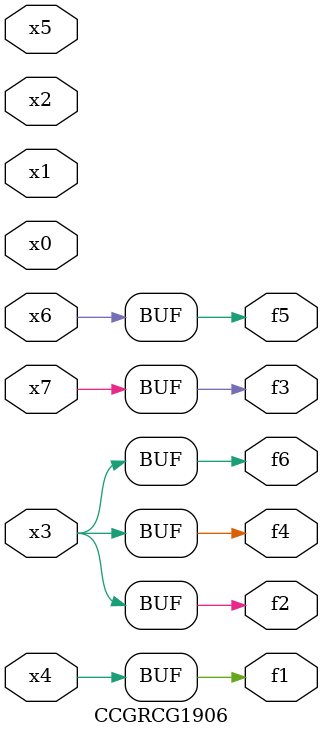
<source format=v>
module CCGRCG1906(
	input x0, x1, x2, x3, x4, x5, x6, x7,
	output f1, f2, f3, f4, f5, f6
);
	assign f1 = x4;
	assign f2 = x3;
	assign f3 = x7;
	assign f4 = x3;
	assign f5 = x6;
	assign f6 = x3;
endmodule

</source>
